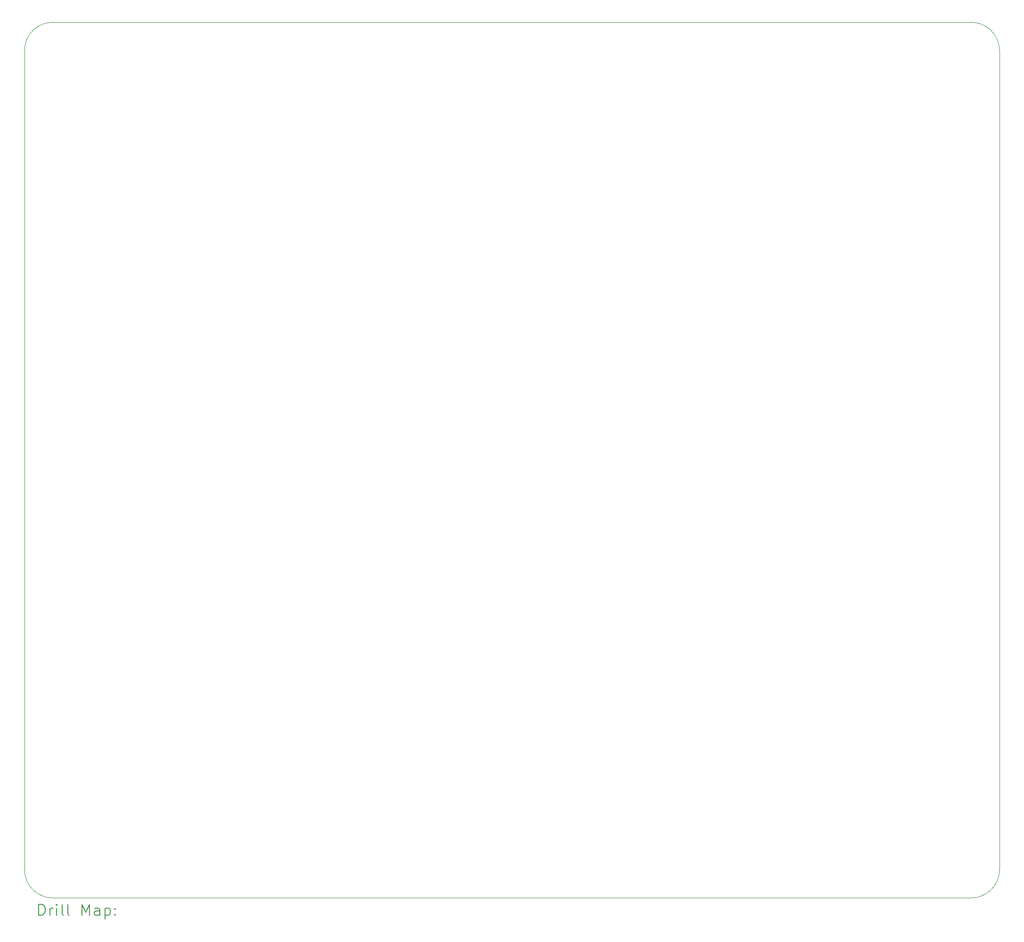
<source format=gbr>
%TF.GenerationSoftware,KiCad,Pcbnew,6.0.9-8da3e8f707~116~ubuntu20.04.1*%
%TF.CreationDate,2022-11-18T21:39:17+01:00*%
%TF.ProjectId,WD6502,57443635-3032-42e6-9b69-6361645f7063,rev?*%
%TF.SameCoordinates,Original*%
%TF.FileFunction,Drillmap*%
%TF.FilePolarity,Positive*%
%FSLAX45Y45*%
G04 Gerber Fmt 4.5, Leading zero omitted, Abs format (unit mm)*
G04 Created by KiCad (PCBNEW 6.0.9-8da3e8f707~116~ubuntu20.04.1) date 2022-11-18 21:39:17*
%MOMM*%
%LPD*%
G01*
G04 APERTURE LIST*
%ADD10C,0.038100*%
%ADD11C,0.200000*%
G04 APERTURE END LIST*
D10*
X22606000Y-3048000D02*
G75*
G03*
X22098000Y-2540000I-508000J0D01*
G01*
X22606000Y-3048000D02*
X22606000Y-17780000D01*
X5588000Y-2540000D02*
X22098000Y-2540000D01*
X5588000Y-2540000D02*
G75*
G03*
X5080000Y-3048000I0J-508000D01*
G01*
X22098000Y-18288000D02*
G75*
G03*
X22606000Y-17780000I0J508000D01*
G01*
X5588000Y-18288000D02*
X22098000Y-18288000D01*
X5080000Y-17780000D02*
X5080000Y-3048000D01*
X5080000Y-17780000D02*
G75*
G03*
X5588000Y-18288000I508000J0D01*
G01*
D11*
X5335714Y-18600381D02*
X5335714Y-18400381D01*
X5383333Y-18400381D01*
X5411905Y-18409905D01*
X5430952Y-18428953D01*
X5440476Y-18448000D01*
X5450000Y-18486095D01*
X5450000Y-18514667D01*
X5440476Y-18552762D01*
X5430952Y-18571810D01*
X5411905Y-18590857D01*
X5383333Y-18600381D01*
X5335714Y-18600381D01*
X5535714Y-18600381D02*
X5535714Y-18467048D01*
X5535714Y-18505143D02*
X5545238Y-18486095D01*
X5554762Y-18476572D01*
X5573809Y-18467048D01*
X5592857Y-18467048D01*
X5659523Y-18600381D02*
X5659523Y-18467048D01*
X5659523Y-18400381D02*
X5650000Y-18409905D01*
X5659523Y-18419429D01*
X5669047Y-18409905D01*
X5659523Y-18400381D01*
X5659523Y-18419429D01*
X5783333Y-18600381D02*
X5764285Y-18590857D01*
X5754762Y-18571810D01*
X5754762Y-18400381D01*
X5888095Y-18600381D02*
X5869047Y-18590857D01*
X5859523Y-18571810D01*
X5859523Y-18400381D01*
X6116666Y-18600381D02*
X6116666Y-18400381D01*
X6183333Y-18543238D01*
X6250000Y-18400381D01*
X6250000Y-18600381D01*
X6430952Y-18600381D02*
X6430952Y-18495619D01*
X6421428Y-18476572D01*
X6402381Y-18467048D01*
X6364285Y-18467048D01*
X6345238Y-18476572D01*
X6430952Y-18590857D02*
X6411904Y-18600381D01*
X6364285Y-18600381D01*
X6345238Y-18590857D01*
X6335714Y-18571810D01*
X6335714Y-18552762D01*
X6345238Y-18533715D01*
X6364285Y-18524191D01*
X6411904Y-18524191D01*
X6430952Y-18514667D01*
X6526190Y-18467048D02*
X6526190Y-18667048D01*
X6526190Y-18476572D02*
X6545238Y-18467048D01*
X6583333Y-18467048D01*
X6602381Y-18476572D01*
X6611904Y-18486095D01*
X6621428Y-18505143D01*
X6621428Y-18562286D01*
X6611904Y-18581334D01*
X6602381Y-18590857D01*
X6583333Y-18600381D01*
X6545238Y-18600381D01*
X6526190Y-18590857D01*
X6707143Y-18581334D02*
X6716666Y-18590857D01*
X6707143Y-18600381D01*
X6697619Y-18590857D01*
X6707143Y-18581334D01*
X6707143Y-18600381D01*
X6707143Y-18476572D02*
X6716666Y-18486095D01*
X6707143Y-18495619D01*
X6697619Y-18486095D01*
X6707143Y-18476572D01*
X6707143Y-18495619D01*
M02*

</source>
